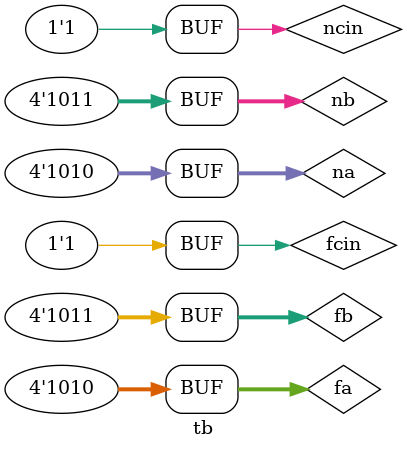
<source format=v>
`include"frca.v"
`include"nrca.v"
module tb();
reg [3:0]fa,fb;
reg fcin;
wire[3:0]fsum;
wire fcout;

reg [3:0]na,nb;
reg ncin;
wire[3:0]nsum;
wire ncout;

//Instantation of Function RCA   
frca gate1(fa,fb,fcin,fsum,fcout);

//Instantation of Normal RCA
nrca gate2(na,nb,ncin,nsum,ncout);

initial
begin
// Inputs for Function RCA
fa=4'b1010;
fb=4'b1011;
fcin=1'b1;

//Inputs for Normal RCA
na=4'b1010;
nb=4'b1011;
ncin=1'b1;

end

//Display of FOUT
initial
$monitor("OUTPUT OF FUNCTION RCA  a=%b b=%b cin=%b  sum=%b cout=%b", fa, fb, fcin, fsum, fcout);

//Display of Nout
initial
begin
#10;
$monitor("OUTPUT OF NORMAL RCA    a=%b b=%b cin=%b  sum=%b cout=%b", na, nb, ncin, nsum, ncout);
end

initial
begin
#50;
if(fsum==nsum && fcout==ncout)
    $display("--------------------RCA IS VALID----------------------");
    else
    $display("--------------------RCA IS INVALID--------------------");
end
 
  endmodule

</source>
